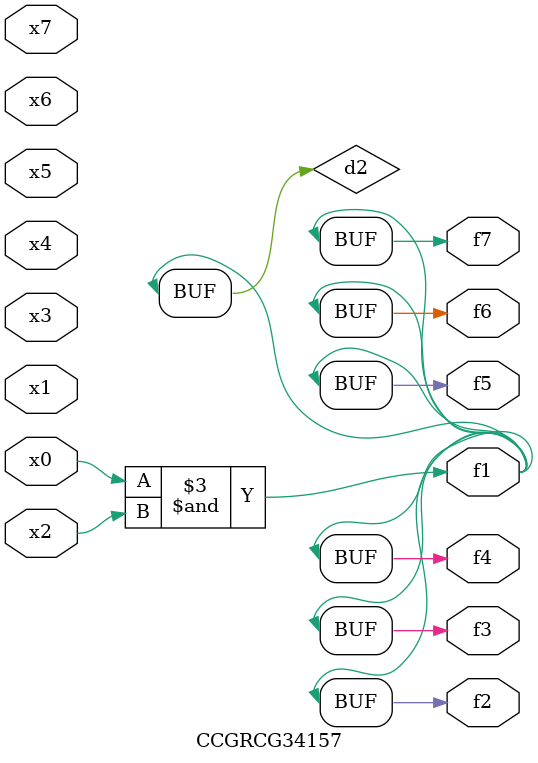
<source format=v>
module CCGRCG34157(
	input x0, x1, x2, x3, x4, x5, x6, x7,
	output f1, f2, f3, f4, f5, f6, f7
);

	wire d1, d2;

	nor (d1, x3, x6);
	and (d2, x0, x2);
	assign f1 = d2;
	assign f2 = d2;
	assign f3 = d2;
	assign f4 = d2;
	assign f5 = d2;
	assign f6 = d2;
	assign f7 = d2;
endmodule

</source>
